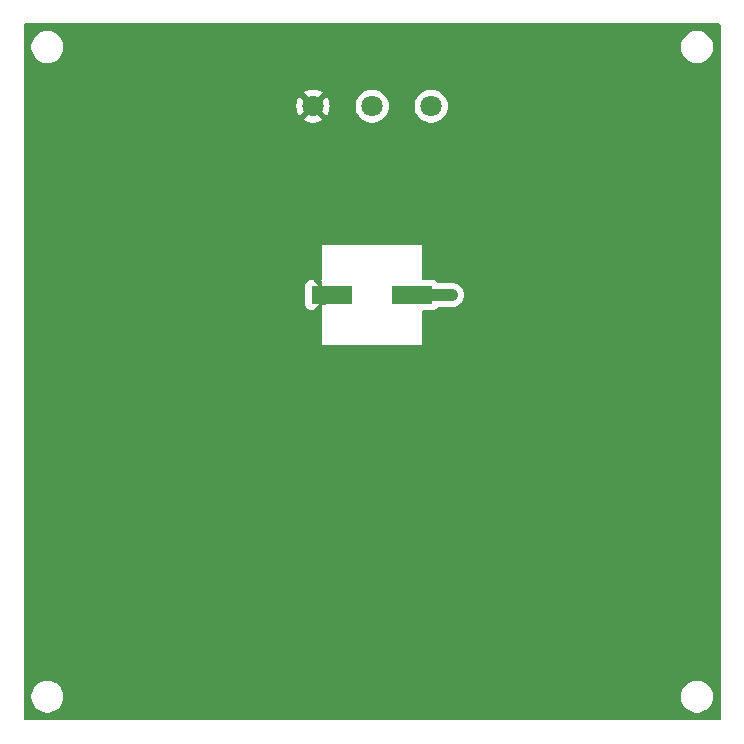
<source format=gbr>
%TF.GenerationSoftware,KiCad,Pcbnew,8.0.7*%
%TF.CreationDate,2025-02-24T23:51:06-05:00*%
%TF.ProjectId,pcb2,70636232-2e6b-4696-9361-645f70636258,rev?*%
%TF.SameCoordinates,Original*%
%TF.FileFunction,Copper,L2,Bot*%
%TF.FilePolarity,Positive*%
%FSLAX46Y46*%
G04 Gerber Fmt 4.6, Leading zero omitted, Abs format (unit mm)*
G04 Created by KiCad (PCBNEW 8.0.7) date 2025-02-24 23:51:06*
%MOMM*%
%LPD*%
G01*
G04 APERTURE LIST*
%TA.AperFunction,SMDPad,CuDef*%
%ADD10R,3.505200X1.498600*%
%TD*%
%TA.AperFunction,ComponentPad*%
%ADD11C,1.803400*%
%TD*%
%TA.AperFunction,ViaPad*%
%ADD12C,1.016000*%
%TD*%
%TA.AperFunction,Conductor*%
%ADD13C,1.016000*%
%TD*%
G04 APERTURE END LIST*
D10*
%TO.P,C10,1*%
%TO.N,+5V*%
X149096400Y-94500000D03*
%TO.P,C10,2*%
%TO.N,GND*%
X155903600Y-94500000D03*
%TD*%
D11*
%TO.P,J1,1,Pin_1*%
%TO.N,+5V*%
X147500000Y-78500000D03*
%TO.P,J1,2,Pin_2*%
%TO.N,Net-(J1-Pin_2)*%
X152500000Y-78500000D03*
%TO.P,J1,3,Pin_3*%
%TO.N,GND*%
X157500000Y-78500000D03*
%TD*%
D12*
%TO.N,GND*%
X159258000Y-94488000D03*
%TO.N,+5V*%
X163322000Y-114681000D03*
X148336000Y-114808000D03*
X163703000Y-84836000D03*
X133223000Y-84836000D03*
X148590000Y-84850000D03*
X148717000Y-99695000D03*
X133350000Y-114554000D03*
X133604000Y-99695000D03*
X163703000Y-99695000D03*
%TD*%
D13*
%TO.N,GND*%
X159246000Y-94500000D02*
X159258000Y-94488000D01*
X155903600Y-94500000D02*
X159246000Y-94500000D01*
%TD*%
%TA.AperFunction,Conductor*%
%TO.N,+5V*%
G36*
X181942539Y-71520185D02*
G01*
X181988294Y-71572989D01*
X181999500Y-71624500D01*
X181999500Y-130375500D01*
X181979815Y-130442539D01*
X181927011Y-130488294D01*
X181875500Y-130499500D01*
X123124500Y-130499500D01*
X123057461Y-130479815D01*
X123011706Y-130427011D01*
X123000500Y-130375500D01*
X123000500Y-128393713D01*
X123649500Y-128393713D01*
X123649500Y-128606286D01*
X123682753Y-128816239D01*
X123748444Y-129018414D01*
X123844951Y-129207820D01*
X123969890Y-129379786D01*
X124120213Y-129530109D01*
X124292179Y-129655048D01*
X124292181Y-129655049D01*
X124292184Y-129655051D01*
X124481588Y-129751557D01*
X124683757Y-129817246D01*
X124893713Y-129850500D01*
X124893714Y-129850500D01*
X125106286Y-129850500D01*
X125106287Y-129850500D01*
X125316243Y-129817246D01*
X125518412Y-129751557D01*
X125707816Y-129655051D01*
X125729789Y-129639086D01*
X125879786Y-129530109D01*
X125879788Y-129530106D01*
X125879792Y-129530104D01*
X126030104Y-129379792D01*
X126030106Y-129379788D01*
X126030109Y-129379786D01*
X126155048Y-129207820D01*
X126155047Y-129207820D01*
X126155051Y-129207816D01*
X126251557Y-129018412D01*
X126317246Y-128816243D01*
X126350500Y-128606287D01*
X126350500Y-128393713D01*
X178649500Y-128393713D01*
X178649500Y-128606286D01*
X178682753Y-128816239D01*
X178748444Y-129018414D01*
X178844951Y-129207820D01*
X178969890Y-129379786D01*
X179120213Y-129530109D01*
X179292179Y-129655048D01*
X179292181Y-129655049D01*
X179292184Y-129655051D01*
X179481588Y-129751557D01*
X179683757Y-129817246D01*
X179893713Y-129850500D01*
X179893714Y-129850500D01*
X180106286Y-129850500D01*
X180106287Y-129850500D01*
X180316243Y-129817246D01*
X180518412Y-129751557D01*
X180707816Y-129655051D01*
X180729789Y-129639086D01*
X180879786Y-129530109D01*
X180879788Y-129530106D01*
X180879792Y-129530104D01*
X181030104Y-129379792D01*
X181030106Y-129379788D01*
X181030109Y-129379786D01*
X181155048Y-129207820D01*
X181155047Y-129207820D01*
X181155051Y-129207816D01*
X181251557Y-129018412D01*
X181317246Y-128816243D01*
X181350500Y-128606287D01*
X181350500Y-128393713D01*
X181317246Y-128183757D01*
X181251557Y-127981588D01*
X181155051Y-127792184D01*
X181155049Y-127792181D01*
X181155048Y-127792179D01*
X181030109Y-127620213D01*
X180879786Y-127469890D01*
X180707820Y-127344951D01*
X180518414Y-127248444D01*
X180518413Y-127248443D01*
X180518412Y-127248443D01*
X180316243Y-127182754D01*
X180316241Y-127182753D01*
X180316240Y-127182753D01*
X180154957Y-127157208D01*
X180106287Y-127149500D01*
X179893713Y-127149500D01*
X179845042Y-127157208D01*
X179683760Y-127182753D01*
X179481585Y-127248444D01*
X179292179Y-127344951D01*
X179120213Y-127469890D01*
X178969890Y-127620213D01*
X178844951Y-127792179D01*
X178748444Y-127981585D01*
X178682753Y-128183760D01*
X178649500Y-128393713D01*
X126350500Y-128393713D01*
X126317246Y-128183757D01*
X126251557Y-127981588D01*
X126155051Y-127792184D01*
X126155049Y-127792181D01*
X126155048Y-127792179D01*
X126030109Y-127620213D01*
X125879786Y-127469890D01*
X125707820Y-127344951D01*
X125518414Y-127248444D01*
X125518413Y-127248443D01*
X125518412Y-127248443D01*
X125316243Y-127182754D01*
X125316241Y-127182753D01*
X125316240Y-127182753D01*
X125154957Y-127157208D01*
X125106287Y-127149500D01*
X124893713Y-127149500D01*
X124845042Y-127157208D01*
X124683760Y-127182753D01*
X124481585Y-127248444D01*
X124292179Y-127344951D01*
X124120213Y-127469890D01*
X123969890Y-127620213D01*
X123844951Y-127792179D01*
X123748444Y-127981585D01*
X123682753Y-128183760D01*
X123649500Y-128393713D01*
X123000500Y-128393713D01*
X123000500Y-93702855D01*
X146843800Y-93702855D01*
X146843800Y-95297144D01*
X146850201Y-95356672D01*
X146850203Y-95356679D01*
X146900445Y-95491386D01*
X146900449Y-95491393D01*
X146986609Y-95606487D01*
X146986612Y-95606490D01*
X147101706Y-95692650D01*
X147101713Y-95692654D01*
X147236420Y-95742896D01*
X147236427Y-95742898D01*
X147295955Y-95749299D01*
X147295972Y-95749300D01*
X147587101Y-95749300D01*
X147595111Y-95729961D01*
X147594521Y-95728881D01*
X147599505Y-95659189D01*
X147628006Y-95614842D01*
X148742848Y-94500000D01*
X148742848Y-94499999D01*
X147628005Y-93385157D01*
X147594520Y-93323834D01*
X147597887Y-93276744D01*
X147587100Y-93250700D01*
X147295955Y-93250700D01*
X147236427Y-93257101D01*
X147236420Y-93257103D01*
X147101713Y-93307345D01*
X147101706Y-93307349D01*
X146986612Y-93393509D01*
X146986609Y-93393512D01*
X146900449Y-93508606D01*
X146900445Y-93508613D01*
X146850203Y-93643320D01*
X146850201Y-93643327D01*
X146843800Y-93702855D01*
X123000500Y-93702855D01*
X123000500Y-93250699D01*
X148200652Y-93250699D01*
X148259981Y-93310028D01*
X148293466Y-93371351D01*
X148296300Y-93397710D01*
X148296300Y-93699900D01*
X148598490Y-93699900D01*
X148665529Y-93719585D01*
X148686171Y-93736219D01*
X149185495Y-94235543D01*
X149218980Y-94296866D01*
X149213996Y-94366558D01*
X149185495Y-94410905D01*
X149096400Y-94500000D01*
X149185495Y-94589095D01*
X149218980Y-94650418D01*
X149213996Y-94720110D01*
X149185495Y-94764457D01*
X148686171Y-95263781D01*
X148624848Y-95297266D01*
X148598490Y-95300100D01*
X148296300Y-95300100D01*
X148296300Y-95602289D01*
X148276615Y-95669328D01*
X148259982Y-95689969D01*
X148200652Y-95749299D01*
X148204579Y-95758778D01*
X148239339Y-95768985D01*
X148285094Y-95821789D01*
X148296300Y-95873300D01*
X148296300Y-98703700D01*
X156703700Y-98703700D01*
X156703700Y-95873799D01*
X156723385Y-95806760D01*
X156776189Y-95761005D01*
X156827700Y-95749799D01*
X157704071Y-95749799D01*
X157704072Y-95749799D01*
X157763683Y-95743391D01*
X157898531Y-95693096D01*
X158013746Y-95606846D01*
X158050171Y-95558187D01*
X158106104Y-95516318D01*
X158149437Y-95508500D01*
X159345330Y-95508500D01*
X159345331Y-95508499D01*
X159540169Y-95469744D01*
X159723704Y-95393721D01*
X159801820Y-95341524D01*
X159812246Y-95335275D01*
X159821004Y-95330595D01*
X159828674Y-95324299D01*
X159838449Y-95317050D01*
X159868241Y-95297144D01*
X159888881Y-95283353D01*
X159931776Y-95240456D01*
X159940787Y-95232290D01*
X159974563Y-95204572D01*
X159974562Y-95204572D01*
X159974568Y-95204568D01*
X160002300Y-95170774D01*
X160010442Y-95161791D01*
X160041354Y-95130881D01*
X160065643Y-95094528D01*
X160072858Y-95084800D01*
X160100595Y-95051004D01*
X160121198Y-95012456D01*
X160127436Y-95002047D01*
X160151722Y-94965703D01*
X160168443Y-94925331D01*
X160173637Y-94914350D01*
X160194241Y-94875804D01*
X160206926Y-94833982D01*
X160211024Y-94822533D01*
X160227741Y-94782175D01*
X160227740Y-94782175D01*
X160227744Y-94782168D01*
X160236267Y-94739312D01*
X160239225Y-94727508D01*
X160241470Y-94720110D01*
X160251908Y-94685701D01*
X160256191Y-94642207D01*
X160257974Y-94630188D01*
X160266500Y-94587328D01*
X160266500Y-94543639D01*
X160267097Y-94531485D01*
X160271380Y-94488000D01*
X160267097Y-94444513D01*
X160266500Y-94432359D01*
X160266500Y-94388671D01*
X160262101Y-94366558D01*
X160257972Y-94345801D01*
X160256190Y-94333787D01*
X160251908Y-94290299D01*
X160239220Y-94248472D01*
X160236269Y-94236691D01*
X160227744Y-94193831D01*
X160211020Y-94153457D01*
X160206926Y-94142012D01*
X160194241Y-94100197D01*
X160194241Y-94100196D01*
X160173638Y-94061650D01*
X160168445Y-94050670D01*
X160151722Y-94010296D01*
X160151720Y-94010293D01*
X160151718Y-94010289D01*
X160127445Y-93973962D01*
X160121189Y-93963524D01*
X160100596Y-93924997D01*
X160100594Y-93924994D01*
X160072877Y-93891221D01*
X160065628Y-93881447D01*
X160041354Y-93845119D01*
X160041351Y-93845115D01*
X160010461Y-93814226D01*
X160002287Y-93805208D01*
X159974569Y-93771433D01*
X159940789Y-93743710D01*
X159931774Y-93735538D01*
X159900885Y-93704649D01*
X159898200Y-93702855D01*
X159864547Y-93680368D01*
X159854779Y-93673123D01*
X159821007Y-93645407D01*
X159821005Y-93645406D01*
X159821004Y-93645405D01*
X159800812Y-93634612D01*
X159782469Y-93624807D01*
X159772036Y-93618553D01*
X159735704Y-93594277D01*
X159735700Y-93594275D01*
X159695330Y-93577553D01*
X159684333Y-93572352D01*
X159645807Y-93551760D01*
X159645804Y-93551759D01*
X159603993Y-93539075D01*
X159592540Y-93534977D01*
X159552167Y-93518255D01*
X159552168Y-93518255D01*
X159509315Y-93509731D01*
X159497513Y-93506775D01*
X159455701Y-93494092D01*
X159448316Y-93493364D01*
X159412211Y-93489808D01*
X159400177Y-93488023D01*
X159357329Y-93479500D01*
X159357328Y-93479500D01*
X159313640Y-93479500D01*
X159301486Y-93478903D01*
X159258000Y-93474620D01*
X159214514Y-93478903D01*
X159202360Y-93479500D01*
X159158668Y-93479500D01*
X159115810Y-93488024D01*
X159103789Y-93489807D01*
X159092679Y-93490902D01*
X159080525Y-93491500D01*
X158149437Y-93491500D01*
X158082398Y-93471815D01*
X158050172Y-93441813D01*
X158013746Y-93393154D01*
X157984621Y-93371351D01*
X157898535Y-93306906D01*
X157898528Y-93306902D01*
X157763682Y-93256608D01*
X157763683Y-93256608D01*
X157704083Y-93250201D01*
X157704081Y-93250200D01*
X157704073Y-93250200D01*
X157704065Y-93250200D01*
X156827700Y-93250200D01*
X156760661Y-93230515D01*
X156714906Y-93177711D01*
X156703700Y-93126200D01*
X156703700Y-90296300D01*
X148296300Y-90296300D01*
X148296300Y-93126700D01*
X148276615Y-93193739D01*
X148223811Y-93239494D01*
X148203460Y-93243921D01*
X148200652Y-93250699D01*
X123000500Y-93250699D01*
X123000500Y-78499994D01*
X146093496Y-78499994D01*
X146093496Y-78500005D01*
X146112678Y-78731499D01*
X146169704Y-78956691D01*
X146263016Y-79169421D01*
X146347584Y-79298862D01*
X146900718Y-78745727D01*
X146926016Y-78806801D01*
X146996899Y-78912885D01*
X147087115Y-79003101D01*
X147193199Y-79073984D01*
X147254271Y-79099281D01*
X146699989Y-79653562D01*
X146699989Y-79653563D01*
X146730712Y-79677476D01*
X146730717Y-79677479D01*
X146935007Y-79788035D01*
X146935017Y-79788040D01*
X147154721Y-79863464D01*
X147383853Y-79901700D01*
X147616147Y-79901700D01*
X147845278Y-79863464D01*
X148064982Y-79788040D01*
X148064992Y-79788035D01*
X148269281Y-79677480D01*
X148269287Y-79677475D01*
X148300009Y-79653563D01*
X148300010Y-79653562D01*
X147745728Y-79099281D01*
X147806801Y-79073984D01*
X147912885Y-79003101D01*
X148003101Y-78912885D01*
X148073984Y-78806801D01*
X148099280Y-78745728D01*
X148652414Y-79298862D01*
X148736982Y-79169423D01*
X148830295Y-78956691D01*
X148887321Y-78731499D01*
X148906504Y-78500005D01*
X148906504Y-78499994D01*
X151092994Y-78499994D01*
X151092994Y-78500005D01*
X151112183Y-78731582D01*
X151169229Y-78956854D01*
X151262575Y-79169662D01*
X151389673Y-79364198D01*
X151389675Y-79364201D01*
X151547061Y-79535168D01*
X151547064Y-79535170D01*
X151547067Y-79535173D01*
X151730432Y-79677892D01*
X151730438Y-79677896D01*
X151730441Y-79677898D01*
X151934812Y-79788499D01*
X152154600Y-79863952D01*
X152383810Y-79902200D01*
X152616190Y-79902200D01*
X152845400Y-79863952D01*
X153065188Y-79788499D01*
X153269559Y-79677898D01*
X153270098Y-79677479D01*
X153331138Y-79629969D01*
X153452939Y-79535168D01*
X153610325Y-79364201D01*
X153737425Y-79169661D01*
X153830771Y-78956854D01*
X153887816Y-78731586D01*
X153907006Y-78500000D01*
X153907006Y-78499994D01*
X156092994Y-78499994D01*
X156092994Y-78500005D01*
X156112183Y-78731582D01*
X156169229Y-78956854D01*
X156262575Y-79169662D01*
X156389673Y-79364198D01*
X156389675Y-79364201D01*
X156547061Y-79535168D01*
X156547064Y-79535170D01*
X156547067Y-79535173D01*
X156730432Y-79677892D01*
X156730438Y-79677896D01*
X156730441Y-79677898D01*
X156934812Y-79788499D01*
X157154600Y-79863952D01*
X157383810Y-79902200D01*
X157616190Y-79902200D01*
X157845400Y-79863952D01*
X158065188Y-79788499D01*
X158269559Y-79677898D01*
X158270098Y-79677479D01*
X158331138Y-79629969D01*
X158452939Y-79535168D01*
X158610325Y-79364201D01*
X158737425Y-79169661D01*
X158830771Y-78956854D01*
X158887816Y-78731586D01*
X158907006Y-78500000D01*
X158887816Y-78268414D01*
X158830771Y-78043146D01*
X158737425Y-77830339D01*
X158610325Y-77635799D01*
X158452939Y-77464832D01*
X158452934Y-77464828D01*
X158452932Y-77464826D01*
X158269567Y-77322107D01*
X158269561Y-77322103D01*
X158065188Y-77211501D01*
X158065180Y-77211498D01*
X157845402Y-77136048D01*
X157616190Y-77097800D01*
X157383810Y-77097800D01*
X157154597Y-77136048D01*
X156934819Y-77211498D01*
X156934811Y-77211501D01*
X156730438Y-77322103D01*
X156730432Y-77322107D01*
X156547067Y-77464826D01*
X156547064Y-77464829D01*
X156389676Y-77635797D01*
X156389673Y-77635801D01*
X156262575Y-77830337D01*
X156169229Y-78043145D01*
X156112183Y-78268417D01*
X156092994Y-78499994D01*
X153907006Y-78499994D01*
X153887816Y-78268414D01*
X153830771Y-78043146D01*
X153737425Y-77830339D01*
X153610325Y-77635799D01*
X153452939Y-77464832D01*
X153452934Y-77464828D01*
X153452932Y-77464826D01*
X153269567Y-77322107D01*
X153269561Y-77322103D01*
X153065188Y-77211501D01*
X153065180Y-77211498D01*
X152845402Y-77136048D01*
X152616190Y-77097800D01*
X152383810Y-77097800D01*
X152154597Y-77136048D01*
X151934819Y-77211498D01*
X151934811Y-77211501D01*
X151730438Y-77322103D01*
X151730432Y-77322107D01*
X151547067Y-77464826D01*
X151547064Y-77464829D01*
X151389676Y-77635797D01*
X151389673Y-77635801D01*
X151262575Y-77830337D01*
X151169229Y-78043145D01*
X151112183Y-78268417D01*
X151092994Y-78499994D01*
X148906504Y-78499994D01*
X148887321Y-78268500D01*
X148830295Y-78043308D01*
X148736984Y-77830581D01*
X148652414Y-77701136D01*
X148099280Y-78254270D01*
X148073984Y-78193199D01*
X148003101Y-78087115D01*
X147912885Y-77996899D01*
X147806801Y-77926016D01*
X147745726Y-77900718D01*
X148300009Y-77346436D01*
X148300009Y-77346434D01*
X148269293Y-77322527D01*
X148269282Y-77322520D01*
X148064992Y-77211964D01*
X148064982Y-77211959D01*
X147845278Y-77136535D01*
X147616147Y-77098300D01*
X147383853Y-77098300D01*
X147154721Y-77136535D01*
X146935017Y-77211959D01*
X146935012Y-77211961D01*
X146730707Y-77322527D01*
X146699989Y-77346434D01*
X146699988Y-77346436D01*
X147254271Y-77900718D01*
X147193199Y-77926016D01*
X147087115Y-77996899D01*
X146996899Y-78087115D01*
X146926016Y-78193199D01*
X146900718Y-78254272D01*
X146347583Y-77701137D01*
X146263016Y-77830578D01*
X146169704Y-78043308D01*
X146112678Y-78268500D01*
X146093496Y-78499994D01*
X123000500Y-78499994D01*
X123000500Y-73393713D01*
X123649500Y-73393713D01*
X123649500Y-73606286D01*
X123682753Y-73816239D01*
X123748444Y-74018414D01*
X123844951Y-74207820D01*
X123969890Y-74379786D01*
X124120213Y-74530109D01*
X124292179Y-74655048D01*
X124292181Y-74655049D01*
X124292184Y-74655051D01*
X124481588Y-74751557D01*
X124683757Y-74817246D01*
X124893713Y-74850500D01*
X124893714Y-74850500D01*
X125106286Y-74850500D01*
X125106287Y-74850500D01*
X125316243Y-74817246D01*
X125518412Y-74751557D01*
X125707816Y-74655051D01*
X125729789Y-74639086D01*
X125879786Y-74530109D01*
X125879788Y-74530106D01*
X125879792Y-74530104D01*
X126030104Y-74379792D01*
X126030106Y-74379788D01*
X126030109Y-74379786D01*
X126155048Y-74207820D01*
X126155047Y-74207820D01*
X126155051Y-74207816D01*
X126251557Y-74018412D01*
X126317246Y-73816243D01*
X126350500Y-73606287D01*
X126350500Y-73393713D01*
X178649500Y-73393713D01*
X178649500Y-73606286D01*
X178682753Y-73816239D01*
X178748444Y-74018414D01*
X178844951Y-74207820D01*
X178969890Y-74379786D01*
X179120213Y-74530109D01*
X179292179Y-74655048D01*
X179292181Y-74655049D01*
X179292184Y-74655051D01*
X179481588Y-74751557D01*
X179683757Y-74817246D01*
X179893713Y-74850500D01*
X179893714Y-74850500D01*
X180106286Y-74850500D01*
X180106287Y-74850500D01*
X180316243Y-74817246D01*
X180518412Y-74751557D01*
X180707816Y-74655051D01*
X180729789Y-74639086D01*
X180879786Y-74530109D01*
X180879788Y-74530106D01*
X180879792Y-74530104D01*
X181030104Y-74379792D01*
X181030106Y-74379788D01*
X181030109Y-74379786D01*
X181155048Y-74207820D01*
X181155047Y-74207820D01*
X181155051Y-74207816D01*
X181251557Y-74018412D01*
X181317246Y-73816243D01*
X181350500Y-73606287D01*
X181350500Y-73393713D01*
X181317246Y-73183757D01*
X181251557Y-72981588D01*
X181155051Y-72792184D01*
X181155049Y-72792181D01*
X181155048Y-72792179D01*
X181030109Y-72620213D01*
X180879786Y-72469890D01*
X180707820Y-72344951D01*
X180518414Y-72248444D01*
X180518413Y-72248443D01*
X180518412Y-72248443D01*
X180316243Y-72182754D01*
X180316241Y-72182753D01*
X180316240Y-72182753D01*
X180154957Y-72157208D01*
X180106287Y-72149500D01*
X179893713Y-72149500D01*
X179845042Y-72157208D01*
X179683760Y-72182753D01*
X179481585Y-72248444D01*
X179292179Y-72344951D01*
X179120213Y-72469890D01*
X178969890Y-72620213D01*
X178844951Y-72792179D01*
X178748444Y-72981585D01*
X178682753Y-73183760D01*
X178649500Y-73393713D01*
X126350500Y-73393713D01*
X126317246Y-73183757D01*
X126251557Y-72981588D01*
X126155051Y-72792184D01*
X126155049Y-72792181D01*
X126155048Y-72792179D01*
X126030109Y-72620213D01*
X125879786Y-72469890D01*
X125707820Y-72344951D01*
X125518414Y-72248444D01*
X125518413Y-72248443D01*
X125518412Y-72248443D01*
X125316243Y-72182754D01*
X125316241Y-72182753D01*
X125316240Y-72182753D01*
X125154957Y-72157208D01*
X125106287Y-72149500D01*
X124893713Y-72149500D01*
X124845042Y-72157208D01*
X124683760Y-72182753D01*
X124481585Y-72248444D01*
X124292179Y-72344951D01*
X124120213Y-72469890D01*
X123969890Y-72620213D01*
X123844951Y-72792179D01*
X123748444Y-72981585D01*
X123682753Y-73183760D01*
X123649500Y-73393713D01*
X123000500Y-73393713D01*
X123000500Y-71624500D01*
X123020185Y-71557461D01*
X123072989Y-71511706D01*
X123124500Y-71500500D01*
X181875500Y-71500500D01*
X181942539Y-71520185D01*
G37*
%TD.AperFunction*%
%TD*%
M02*

</source>
